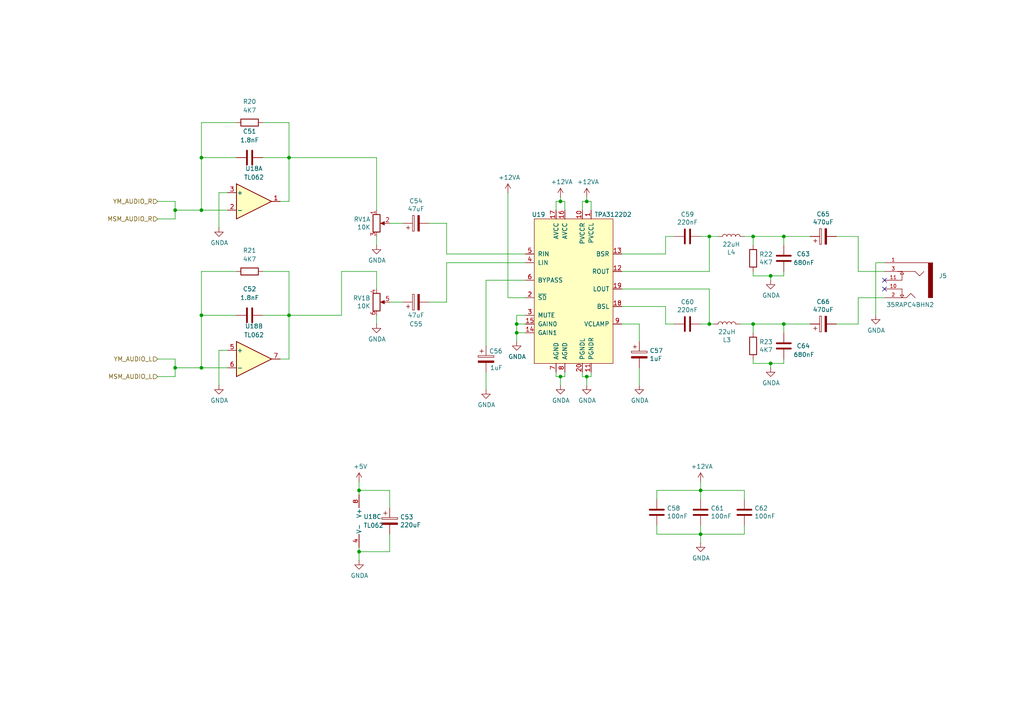
<source format=kicad_sch>
(kicad_sch (version 20231120) (generator "eeschema") (generator_version "8.0")
  (paper "A4")
  (title_block (title "Y Ddraig YM2151 and MSM6258 audio card"))
  (lib_symbols
    (symbol "Amplifier_Operational:TL062" (pin_names (offset 0.127))
      (property "Reference" "U" (at 0 5.08 0))
      (property "Value" "TL062" (at 0 -5.08 0))
      (symbol "TL062_1_1"
        (polyline (pts (xy -5.08 5.08) (xy 5.08 0) (xy -5.08 -5.08) (xy -5.08 5.08)) (stroke (width 0.254)) (fill (type background)))
        (pin output line (at 7.62 0 180) (length 2.54) (name "~") (number "1"))
        (pin input line (at -7.62 -2.54 0) (length 2.54) (name "-") (number "2"))
        (pin input line (at -7.62 2.54 0) (length 2.54) (name "+") (number "3"))
      )
      (symbol "TL062_2_1"
        (polyline (pts (xy -5.08 5.08) (xy 5.08 0) (xy -5.08 -5.08) (xy -5.08 5.08)) (stroke (width 0.254)) (fill (type background)))
        (pin input line (at -7.62 2.54 0) (length 2.54) (name "+") (number "5"))
        (pin input line (at -7.62 -2.54 0) (length 2.54) (name "-") (number "6"))
        (pin output line (at 7.62 0 180) (length 2.54) (name "~") (number "7"))
      )
      (symbol "TL062_3_1"
        (pin power_in line (at -2.54 -7.62 90) (length 3.81) (name "V-") (number "4"))
        (pin power_in line (at -2.54 7.62 270) (length 3.81) (name "V+") (number "8"))
      )
    )
    (symbol "Ddraig:35RAPC4BHN2" (pin_names (offset 1.016))
      (property "Reference" "J" (at -5.0998 5.6097 0))
      (property "Value" "35RAPC4BHN2" (at -5.0995 -7.6493 0))
      (symbol "35RAPC4BHN2_0_0"
        (rectangle (start -6.3848 -5.1078) (end -5.08 5.08) (stroke (width 0.1)) (fill (type outline)))
        (polyline (pts (xy -2.54 1.27) (xy -3.81 2.54)) (stroke (width 0.1524)))
        (polyline (pts (xy -1.27 -5.08) (xy 0 -3.81)) (stroke (width 0.1524)))
        (polyline (pts (xy -1.27 2.54) (xy -2.54 1.27)) (stroke (width 0.1524)))
        (polyline (pts (xy 0 -3.81) (xy 1.27 -5.08)) (stroke (width 0.1524)))
        (polyline (pts (xy 1.27 -5.08) (xy 2.54 -5.08)) (stroke (width 0.1524)))
        (polyline (pts (xy 2.032 -4.318) (xy 2.54 -5.08)) (stroke (width 0.1524)))
        (polyline (pts (xy 2.032 1.778) (xy 2.54 1.778)) (stroke (width 0.1524)))
        (polyline (pts (xy 2.54 -5.08) (xy 3.048 -4.318)) (stroke (width 0.1524)))
        (polyline (pts (xy 2.54 -4.318) (xy 2.032 -4.318)) (stroke (width 0.1524)))
        (polyline (pts (xy 2.54 -4.318) (xy 2.54 -2.54)) (stroke (width 0.1524)))
        (polyline (pts (xy 2.54 1.778) (xy 2.54 0)) (stroke (width 0.1524)))
        (polyline (pts (xy 2.54 1.778) (xy 3.048 1.778)) (stroke (width 0.1524)))
        (polyline (pts (xy 2.54 2.54) (xy -1.27 2.54)) (stroke (width 0.1524)))
        (polyline (pts (xy 2.54 2.54) (xy 2.032 1.778)) (stroke (width 0.1524)))
        (polyline (pts (xy 2.54 5.08) (xy -5.08 5.08)) (stroke (width 0.1524)))
        (polyline (pts (xy 3.048 -4.318) (xy 2.54 -4.318)) (stroke (width 0.1524)))
        (polyline (pts (xy 3.048 1.778) (xy 2.54 2.54)) (stroke (width 0.1524)))
        (polyline (pts (xy 3.81 2.54) (xy 2.54 2.54)) (stroke (width 0.1524)))
        (pin passive line (at 7.62 5.08 180) (length 5.08) (name "~") (number "1"))
        (pin passive line (at 7.62 -2.54 180) (length 5.08) (name "~") (number "10"))
        (pin passive line (at 7.62 0 180) (length 5.08) (name "~") (number "11"))
        (pin passive line (at 7.62 -5.08 180) (length 5.08) (name "~") (number "2"))
        (pin passive line (at 7.62 2.54 180) (length 5.08) (name "~") (number "3"))
      )
    )
    (symbol "Ddraig:TPA3122D2" (pin_names (offset 1.016))
      (property "Reference" "U" (at 8.89 22.86 0))
      (property "Value" "TPA3122D2" (at -12.7 -21.59 0))
      (symbol "TPA3122D2_0_1"
        (rectangle (start -11.43 21.59) (end 11.43 -20.32) (fill (type background)))
      )
      (symbol "TPA3122D2_1_1"
        (pin power_in line (at 5.08 24.13 270) (length 2.54) (name "PVCCL") (number "1"))
        (pin power_in line (at 2.54 24.13 270) (length 2.54) (name "PVCCR") (number "10"))
        (pin power_in line (at 5.08 -22.86 90) (length 2.54) (name "PGNDR") (number "11"))
        (pin output line (at 13.97 6.35 180) (length 2.54) (name "ROUT") (number "12"))
        (pin passive line (at 13.97 11.43 180) (length 2.54) (name "BSR") (number "13"))
        (pin input line (at -13.97 -11.43 0) (length 2.54) (name "GAIN1") (number "14"))
        (pin input line (at -13.97 -8.89 0) (length 2.54) (name "GAIN0") (number "15"))
        (pin power_in line (at -2.54 24.13 270) (length 2.54) (name "AVCC") (number "16"))
        (pin power_in line (at -5.08 24.13 270) (length 2.54) (name "AVCC") (number "17"))
        (pin passive line (at 13.97 -3.81 180) (length 2.54) (name "BSL") (number "18"))
        (pin output line (at 13.97 1.27 180) (length 2.54) (name "LOUT") (number "19"))
        (pin input line (at -13.97 -1.27 0) (length 2.54) (name "~{SD}") (number "2"))
        (pin power_in line (at 2.54 -22.86 90) (length 2.54) (name "PGNDL") (number "20"))
        (pin input line (at -13.97 -6.35 0) (length 2.54) (name "MUTE") (number "3"))
        (pin input line (at -13.97 8.89 0) (length 2.54) (name "LIN") (number "4"))
        (pin input line (at -13.97 11.43 0) (length 2.54) (name "RIN") (number "5"))
        (pin passive line (at -13.97 3.81 0) (length 2.54) (name "BYPASS") (number "6"))
        (pin power_in line (at -5.08 -22.86 90) (length 2.54) (name "AGND") (number "7"))
        (pin power_in line (at -2.54 -22.86 90) (length 2.54) (name "AGND") (number "8"))
        (pin input line (at 13.97 -8.89 180) (length 2.54) (name "VCLAMP") (number "9"))
      )
    )
    (symbol "Device:C" (pin_numbers hide) (pin_names (offset 0.254))
      (property "Reference" "C" (at 0.635 2.54 0))
      (property "Value" "C" (at 0.635 -2.54 0))
      (symbol "C_0_1"
        (polyline (pts (xy -2.032 -0.762) (xy 2.032 -0.762)) (stroke (width 0.508)))
        (polyline (pts (xy -2.032 0.762) (xy 2.032 0.762)) (stroke (width 0.508)))
      )
      (symbol "C_1_1"
        (pin passive line (at 0 3.81 270) (length 2.794) (name "~") (number "1"))
        (pin passive line (at 0 -3.81 90) (length 2.794) (name "~") (number "2"))
      )
    )
    (symbol "Device:C_Polarized" (pin_numbers hide) (pin_names (offset 0.254))
      (property "Reference" "C" (at 0.635 2.54 0))
      (property "Value" "C_Polarized" (at 0.635 -2.54 0))
      (symbol "C_Polarized_0_1"
        (rectangle (start -2.286 0.508) (end 2.286 1.016))
        (polyline (pts (xy -1.778 2.286) (xy -0.762 2.286)))
        (polyline (pts (xy -1.27 2.794) (xy -1.27 1.778)))
        (rectangle (start 2.286 -0.508) (end -2.286 -1.016) (fill (type outline)))
      )
      (symbol "C_Polarized_1_1"
        (pin passive line (at 0 3.81 270) (length 2.794) (name "~") (number "1"))
        (pin passive line (at 0 -3.81 90) (length 2.794) (name "~") (number "2"))
      )
    )
    (symbol "Device:L" (pin_numbers hide) (pin_names (offset 1.016) hide)
      (property "Reference" "L" (at -1.27 0 90))
      (property "Value" "L" (at 1.905 0 90))
      (symbol "L_0_1"
        (arc (start 0 -2.54) (mid 0.6323 -1.905) (end 0 -1.27))
        (arc (start 0 -1.27) (mid 0.6323 -0.635) (end 0 0))
        (arc (start 0 0) (mid 0.6323 0.635) (end 0 1.27))
        (arc (start 0 1.27) (mid 0.6323 1.905) (end 0 2.54))
      )
      (symbol "L_1_1"
        (pin passive line (at 0 3.81 270) (length 1.27) (name "1") (number "1"))
        (pin passive line (at 0 -3.81 90) (length 1.27) (name "2") (number "2"))
      )
    )
    (symbol "Device:R" (pin_numbers hide) (pin_names (offset 0))
      (property "Reference" "R" (at 2.032 0 90))
      (property "Value" "R" (at 0 0 90))
      (symbol "R_0_1"
        (rectangle (start -1.016 -2.54) (end 1.016 2.54) (stroke (width 0.254)))
      )
      (symbol "R_1_1"
        (pin passive line (at 0 3.81 270) (length 1.27) (name "~") (number "1"))
        (pin passive line (at 0 -3.81 90) (length 1.27) (name "~") (number "2"))
      )
    )
    (symbol "Device:R_Potentiometer_Dual_Separate" (pin_names (offset 1.016) hide)
      (property "Reference" "RV" (at -4.445 0 90))
      (property "Value" "R_Potentiometer_Dual_Separate" (at -2.54 0 90))
      (symbol "R_Potentiometer_Dual_Separate_0_1"
        (polyline (pts (xy 2.54 0) (xy 1.524 0)))
        (polyline (pts (xy 1.143 0) (xy 2.286 0.508) (xy 2.286 -0.508) (xy 1.143 0)) (fill (type outline)))
        (rectangle (start 1.016 2.54) (end -1.016 -2.54) (stroke (width 0.254)))
      )
      (symbol "R_Potentiometer_Dual_Separate_1_1"
        (pin passive line (at 0 3.81 270) (length 1.27) (name "1") (number "1"))
        (pin passive line (at 3.81 0 180) (length 1.27) (name "2") (number "2"))
        (pin passive line (at 0 -3.81 90) (length 1.27) (name "3") (number "3"))
      )
      (symbol "R_Potentiometer_Dual_Separate_2_1"
        (pin passive line (at 0 3.81 270) (length 1.27) (name "4") (number "4"))
        (pin passive line (at 3.81 0 180) (length 1.27) (name "5") (number "5"))
        (pin passive line (at 0 -3.81 90) (length 1.27) (name "6") (number "6"))
      )
    )
    (symbol "power:+12VA" (power) (pin_numbers hide) (pin_names (offset 0) hide)
      (property "Value" "+12VA" (at 0 3.556 0))
      (symbol "+12VA_0_1"
        (polyline (pts (xy -0.762 1.27) (xy 0 2.54)))
        (polyline (pts (xy 0 0) (xy 0 2.54)))
        (polyline (pts (xy 0 2.54) (xy 0.762 1.27)))
      )
      (symbol "+12VA_1_1"
        (pin power_in line (at 0 0 90) (length 0) (name "~") (number "1"))
      )
    )
    (symbol "power:+5V" (power) (pin_numbers hide) (pin_names (offset 0) hide)
      (property "Value" "+5V" (at 0 3.556 0))
      (symbol "+5V_0_1"
        (polyline (pts (xy -0.762 1.27) (xy 0 2.54)))
        (polyline (pts (xy 0 0) (xy 0 2.54)))
        (polyline (pts (xy 0 2.54) (xy 0.762 1.27)))
      )
      (symbol "+5V_1_1"
        (pin power_in line (at 0 0 90) (length 0) (name "~") (number "1"))
      )
    )
    (symbol "power:GNDA" (power) (pin_numbers hide) (pin_names (offset 0) hide)
      (property "Value" "GNDA" (at 0 -3.81 0))
      (symbol "GNDA_0_1"
        (polyline (pts (xy 0 0) (xy 0 -1.27) (xy 1.27 -1.27) (xy 0 -2.54) (xy -1.27 -1.27) (xy 0 -1.27)))
      )
      (symbol "GNDA_1_1"
        (pin power_in line (at 0 0 270) (length 0) (name "~") (number "1"))
      )
    )
  )
  (junction (at 205.74 93.98))
  (junction (at 50.8 60.96))
  (junction (at 223.52 105.41))
  (junction (at 58.42 45.72))
  (junction (at 170.18 109.22))
  (junction (at 170.18 58.42))
  (junction (at 205.74 68.58))
  (junction (at 149.86 93.98))
  (junction (at 58.42 60.96))
  (junction (at 58.42 106.68))
  (junction (at 83.82 45.72))
  (junction (at 83.82 91.44))
  (junction (at 104.14 142.24))
  (junction (at 227.33 68.58))
  (junction (at 50.8 106.68))
  (junction (at 162.56 109.22))
  (junction (at 149.86 96.52))
  (junction (at 218.44 68.58))
  (junction (at 58.42 91.44))
  (junction (at 104.14 160.02))
  (junction (at 227.33 93.98))
  (junction (at 218.44 93.98))
  (junction (at 223.52 80.01))
  (junction (at 203.2 154.94))
  (junction (at 203.2 142.24))
  (junction (at 162.56 58.42))
  (no_connect (at 256.54 81.28))
  (no_connect (at 256.54 83.82))
  (wire (pts (xy 218.44 71.12) (xy 218.44 68.58)))
  (wire (pts (xy 76.2 45.72) (xy 83.82 45.72)))
  (wire (pts (xy 185.42 93.98) (xy 185.42 99.06)))
  (wire (pts (xy 223.52 106.68) (xy 223.52 105.41)))
  (wire (pts (xy 203.2 154.94) (xy 203.2 157.48)))
  (wire (pts (xy 104.14 158.75) (xy 104.14 160.02)))
  (wire (pts (xy 203.2 93.98) (xy 205.74 93.98)))
  (wire (pts (xy 58.42 35.56) (xy 58.42 45.72)))
  (wire (pts (xy 63.5 111.76) (xy 63.5 101.6)))
  (wire (pts (xy 161.29 58.42) (xy 162.56 58.42)))
  (wire (pts (xy 214.63 93.98) (xy 218.44 93.98)))
  (wire (pts (xy 223.52 105.41) (xy 227.33 105.41)))
  (wire (pts (xy 58.42 78.74) (xy 58.42 91.44)))
  (wire (pts (xy 50.8 106.68) (xy 58.42 106.68)))
  (wire (pts (xy 171.45 58.42) (xy 171.45 60.96)))
  (wire (pts (xy 215.9 142.24) (xy 203.2 142.24)))
  (wire (pts (xy 203.2 68.58) (xy 205.74 68.58)))
  (wire (pts (xy 68.58 78.74) (xy 58.42 78.74)))
  (wire (pts (xy 227.33 68.58) (xy 234.95 68.58)))
  (wire (pts (xy 171.45 109.22) (xy 171.45 107.95)))
  (wire (pts (xy 45.72 58.42) (xy 50.8 58.42)))
  (wire (pts (xy 50.8 109.22) (xy 50.8 106.68)))
  (wire (pts (xy 152.4 93.98) (xy 149.86 93.98)))
  (wire (pts (xy 218.44 104.14) (xy 218.44 105.41)))
  (wire (pts (xy 215.9 152.4) (xy 215.9 154.94)))
  (wire (pts (xy 180.34 78.74) (xy 205.74 78.74)))
  (wire (pts (xy 50.8 58.42) (xy 50.8 60.96)))
  (wire (pts (xy 254 76.2) (xy 256.54 76.2)))
  (wire (pts (xy 227.33 105.41) (xy 227.33 104.14)))
  (wire (pts (xy 104.14 160.02) (xy 113.03 160.02)))
  (wire (pts (xy 58.42 45.72) (xy 58.42 60.96)))
  (wire (pts (xy 152.4 86.36) (xy 147.32 86.36)))
  (wire (pts (xy 254 91.44) (xy 254 76.2)))
  (wire (pts (xy 193.04 68.58) (xy 195.58 68.58)))
  (wire (pts (xy 104.14 160.02) (xy 104.14 162.56)))
  (wire (pts (xy 193.04 88.9) (xy 193.04 93.98)))
  (wire (pts (xy 218.44 93.98) (xy 218.44 96.52)))
  (wire (pts (xy 190.5 154.94) (xy 203.2 154.94)))
  (wire (pts (xy 140.97 107.95) (xy 140.97 113.03)))
  (wire (pts (xy 83.82 91.44) (xy 83.82 104.14)))
  (wire (pts (xy 170.18 109.22) (xy 170.18 111.76)))
  (wire (pts (xy 242.57 68.58) (xy 248.92 68.58)))
  (wire (pts (xy 76.2 91.44) (xy 83.82 91.44)))
  (wire (pts (xy 218.44 93.98) (xy 227.33 93.98)))
  (wire (pts (xy 193.04 73.66) (xy 193.04 68.58)))
  (wire (pts (xy 190.5 142.24) (xy 190.5 144.78)))
  (wire (pts (xy 58.42 60.96) (xy 66.04 60.96)))
  (wire (pts (xy 152.4 96.52) (xy 149.86 96.52)))
  (wire (pts (xy 113.03 64.77) (xy 116.84 64.77)))
  (wire (pts (xy 203.2 139.7) (xy 203.2 142.24)))
  (wire (pts (xy 58.42 91.44) (xy 58.42 106.68)))
  (wire (pts (xy 223.52 80.01) (xy 227.33 80.01)))
  (wire (pts (xy 162.56 109.22) (xy 163.83 109.22)))
  (wire (pts (xy 104.14 142.24) (xy 104.14 143.51)))
  (wire (pts (xy 83.82 91.44) (xy 99.06 91.44)))
  (wire (pts (xy 205.74 93.98) (xy 207.01 93.98)))
  (wire (pts (xy 129.54 87.63) (xy 129.54 76.2)))
  (wire (pts (xy 83.82 35.56) (xy 76.2 35.56)))
  (wire (pts (xy 81.28 104.14) (xy 83.82 104.14)))
  (wire (pts (xy 63.5 55.88) (xy 66.04 55.88)))
  (wire (pts (xy 205.74 78.74) (xy 205.74 68.58)))
  (wire (pts (xy 63.5 66.04) (xy 63.5 55.88)))
  (wire (pts (xy 124.46 87.63) (xy 129.54 87.63)))
  (wire (pts (xy 203.2 154.94) (xy 215.9 154.94)))
  (wire (pts (xy 149.86 96.52) (xy 149.86 93.98)))
  (wire (pts (xy 58.42 45.72) (xy 68.58 45.72)))
  (wire (pts (xy 227.33 93.98) (xy 234.95 93.98)))
  (wire (pts (xy 149.86 93.98) (xy 149.86 91.44)))
  (wire (pts (xy 129.54 73.66) (xy 152.4 73.66)))
  (wire (pts (xy 162.56 58.42) (xy 163.83 58.42)))
  (wire (pts (xy 45.72 109.22) (xy 50.8 109.22)))
  (wire (pts (xy 149.86 99.06) (xy 149.86 96.52)))
  (wire (pts (xy 109.22 45.72) (xy 109.22 60.96)))
  (wire (pts (xy 99.06 78.74) (xy 109.22 78.74)))
  (wire (pts (xy 50.8 104.14) (xy 50.8 106.68)))
  (wire (pts (xy 109.22 91.44) (xy 109.22 93.98)))
  (wire (pts (xy 162.56 57.15) (xy 162.56 58.42)))
  (wire (pts (xy 45.72 104.14) (xy 50.8 104.14)))
  (wire (pts (xy 58.42 91.44) (xy 68.58 91.44)))
  (wire (pts (xy 152.4 76.2) (xy 129.54 76.2)))
  (wire (pts (xy 256.54 86.36) (xy 248.92 86.36)))
  (wire (pts (xy 218.44 78.74) (xy 218.44 80.01)))
  (wire (pts (xy 104.14 139.7) (xy 104.14 142.24)))
  (wire (pts (xy 109.22 78.74) (xy 109.22 83.82)))
  (wire (pts (xy 163.83 109.22) (xy 163.83 107.95)))
  (wire (pts (xy 205.74 83.82) (xy 205.74 93.98)))
  (wire (pts (xy 149.86 91.44) (xy 152.4 91.44)))
  (wire (pts (xy 147.32 55.88) (xy 147.32 86.36)))
  (wire (pts (xy 215.9 144.78) (xy 215.9 142.24)))
  (wire (pts (xy 203.2 142.24) (xy 203.2 144.78)))
  (wire (pts (xy 248.92 68.58) (xy 248.92 78.74)))
  (wire (pts (xy 190.5 154.94) (xy 190.5 152.4)))
  (wire (pts (xy 58.42 106.68) (xy 66.04 106.68)))
  (wire (pts (xy 180.34 83.82) (xy 205.74 83.82)))
  (wire (pts (xy 215.9 68.58) (xy 218.44 68.58)))
  (wire (pts (xy 113.03 160.02) (xy 113.03 154.94)))
  (wire (pts (xy 81.28 58.42) (xy 83.82 58.42)))
  (wire (pts (xy 218.44 80.01) (xy 223.52 80.01)))
  (wire (pts (xy 205.74 68.58) (xy 208.28 68.58)))
  (wire (pts (xy 83.82 58.42) (xy 83.82 45.72)))
  (wire (pts (xy 113.03 142.24) (xy 113.03 147.32)))
  (wire (pts (xy 170.18 109.22) (xy 171.45 109.22)))
  (wire (pts (xy 140.97 81.28) (xy 140.97 100.33)))
  (wire (pts (xy 113.03 87.63) (xy 116.84 87.63)))
  (wire (pts (xy 83.82 78.74) (xy 76.2 78.74)))
  (wire (pts (xy 83.82 45.72) (xy 83.82 35.56)))
  (wire (pts (xy 161.29 107.95) (xy 161.29 109.22)))
  (wire (pts (xy 248.92 86.36) (xy 248.92 93.98)))
  (wire (pts (xy 218.44 68.58) (xy 227.33 68.58)))
  (wire (pts (xy 109.22 68.58) (xy 109.22 71.12)))
  (wire (pts (xy 99.06 91.44) (xy 99.06 78.74)))
  (wire (pts (xy 203.2 152.4) (xy 203.2 154.94)))
  (wire (pts (xy 170.18 57.15) (xy 170.18 58.42)))
  (wire (pts (xy 68.58 35.56) (xy 58.42 35.56)))
  (wire (pts (xy 180.34 73.66) (xy 193.04 73.66)))
  (wire (pts (xy 227.33 71.12) (xy 227.33 68.58)))
  (wire (pts (xy 227.33 96.52) (xy 227.33 93.98)))
  (wire (pts (xy 242.57 93.98) (xy 248.92 93.98)))
  (wire (pts (xy 168.91 107.95) (xy 168.91 109.22)))
  (wire (pts (xy 161.29 60.96) (xy 161.29 58.42)))
  (wire (pts (xy 248.92 78.74) (xy 256.54 78.74)))
  (wire (pts (xy 152.4 81.28) (xy 140.97 81.28)))
  (wire (pts (xy 63.5 101.6) (xy 66.04 101.6)))
  (wire (pts (xy 223.52 81.28) (xy 223.52 80.01)))
  (wire (pts (xy 168.91 109.22) (xy 170.18 109.22)))
  (wire (pts (xy 193.04 93.98) (xy 195.58 93.98)))
  (wire (pts (xy 161.29 109.22) (xy 162.56 109.22)))
  (wire (pts (xy 124.46 64.77) (xy 129.54 64.77)))
  (wire (pts (xy 163.83 58.42) (xy 163.83 60.96)))
  (wire (pts (xy 180.34 88.9) (xy 193.04 88.9)))
  (wire (pts (xy 50.8 60.96) (xy 58.42 60.96)))
  (wire (pts (xy 83.82 45.72) (xy 109.22 45.72)))
  (wire (pts (xy 83.82 78.74) (xy 83.82 91.44)))
  (wire (pts (xy 50.8 63.5) (xy 50.8 60.96)))
  (wire (pts (xy 180.34 93.98) (xy 185.42 93.98)))
  (wire (pts (xy 45.72 63.5) (xy 50.8 63.5)))
  (wire (pts (xy 185.42 106.68) (xy 185.42 111.76)))
  (wire (pts (xy 218.44 105.41) (xy 223.52 105.41)))
  (wire (pts (xy 162.56 109.22) (xy 162.56 111.76)))
  (wire (pts (xy 203.2 142.24) (xy 190.5 142.24)))
  (wire (pts (xy 168.91 58.42) (xy 170.18 58.42)))
  (wire (pts (xy 168.91 60.96) (xy 168.91 58.42)))
  (wire (pts (xy 170.18 58.42) (xy 171.45 58.42)))
  (wire (pts (xy 104.14 142.24) (xy 113.03 142.24)))
  (wire (pts (xy 227.33 80.01) (xy 227.33 78.74)))
  (wire (pts (xy 129.54 64.77) (xy 129.54 73.66)))
  (hierarchical_label "MSM_AUDIO_L" (shape input) (at 45.72 109.22 180))
  (hierarchical_label "MSM_AUDIO_R" (shape input) (at 45.72 63.5 180))
  (hierarchical_label "YM_AUDIO_L" (shape input) (at 45.72 104.14 180))
  (hierarchical_label "YM_AUDIO_R" (shape input) (at 45.72 58.42 180))
  (symbol (lib_id "Ddraig:TPA3122D2") (at 166.37 85.09 0) (unit 1)
    (property "Reference" "U19" (at 156.21 62.23 0))
    (property "Value" "TPA3122D2" (at 177.8 62.23 0))
    (property "Footprint" "Package_DIP:DIP-20_W7.62mm_Socket" (effects (hide yes)))
  )
  (symbol (lib_id "Device:C_Polarized") (at 120.65 64.77 90) (unit 1)
    (property "Reference" "C54" (at 120.65 58.293 90))
    (property "Value" "47uF" (at 120.65 60.6044 90))
    (property "Footprint" "Capacitor_THT:CP_Radial_D5.0mm_P2.50mm" (effects (hide yes)))
  )
  (symbol (lib_id "Device:C_Polarized") (at 120.65 87.63 90) (unit 1)
    (property "Reference" "C55" (at 120.65 93.98 90))
    (property "Value" "47uF" (at 120.65 91.44 90))
    (property "Footprint" "Capacitor_THT:CP_Radial_D5.0mm_P2.50mm" (effects (hide yes)))
  )
  (symbol (lib_id "Device:C_Polarized") (at 185.42 102.87 0) (unit 1)
    (property "Reference" "C57" (at 188.4172 101.7016 0) (effects (justify left)))
    (property "Value" "1uF" (at 188.4172 104.013 0) (effects (justify left)))
    (property "Footprint" "Capacitor_THT:CP_Radial_D5.0mm_P2.50mm" (effects (hide yes)))
  )
  (symbol (lib_id "Device:C_Polarized") (at 140.97 104.14 0) (unit 1)
    (property "Reference" "C56" (at 141.859 101.854 0) (effects (justify left)))
    (property "Value" "1uF" (at 142.113 106.68 0) (effects (justify left)))
    (property "Footprint" "Capacitor_THT:CP_Radial_D5.0mm_P2.50mm" (effects (hide yes)))
  )
  (symbol (lib_id "Device:C") (at 199.39 68.58 270) (unit 1)
    (property "Reference" "C59" (at 199.39 62.1792 90))
    (property "Value" "220nF" (at 199.39 64.4906 90))
    (property "Footprint" "Capacitor_THT:C_Disc_D5.0mm_W2.5mm_P2.50mm" (effects (hide yes)))
  )
  (symbol (lib_id "Device:L") (at 212.09 68.58 90) (unit 1)
    (property "Reference" "L4" (at 212.09 73.1774 90))
    (property "Value" "22uH" (at 212.09 70.866 90))
    (property "Footprint" "Inductor_THT:L_Radial_D8.7mm_P5.00mm_Fastron_07HCP" (effects (hide yes)))
  )
  (symbol (lib_id "Device:C_Polarized") (at 238.76 68.58 90) (unit 1)
    (property "Reference" "C65" (at 238.76 62.103 90))
    (property "Value" "470uF" (at 238.76 64.4144 90))
    (property "Footprint" "Capacitor_THT:CP_Radial_D5.0mm_P2.50mm" (effects (hide yes)))
  )
  (symbol (lib_id "Device:C") (at 227.33 74.93 180) (unit 1)
    (property "Reference" "C63" (at 234.95 73.66 0) (effects (justify left)))
    (property "Value" "680nF" (at 236.22 76.2 0) (effects (justify left)))
    (property "Footprint" "Capacitor_THT:C_Disc_D5.0mm_W2.5mm_P2.50mm" (effects (hide yes)))
  )
  (symbol (lib_id "Device:R") (at 218.44 74.93 0) (unit 1)
    (property "Reference" "R22" (at 220.218 73.7616 0) (effects (justify left)))
    (property "Value" "4K7" (at 220.218 76.073 0) (effects (justify left)))
    (property "Footprint" "Resistor_THT:R_Axial_DIN0207_L6.3mm_D2.5mm_P10.16mm_Horizontal" (effects (hide yes)))
  )
  (symbol (lib_id "Device:C") (at 199.39 93.98 270) (unit 1)
    (property "Reference" "C60" (at 199.39 87.5792 90))
    (property "Value" "220nF" (at 199.39 89.8906 90))
    (property "Footprint" "Capacitor_THT:C_Disc_D5.0mm_W2.5mm_P2.50mm" (effects (hide yes)))
  )
  (symbol (lib_id "Device:L") (at 210.82 93.98 90) (unit 1)
    (property "Reference" "L3" (at 210.82 98.5774 90))
    (property "Value" "22uH" (at 210.82 96.266 90))
    (property "Footprint" "Inductor_THT:L_Radial_D8.7mm_P5.00mm_Fastron_07HCP" (effects (hide yes)))
  )
  (symbol (lib_id "Device:C") (at 227.33 100.33 180) (unit 1)
    (property "Reference" "C64" (at 234.95 100.33 0) (effects (justify left)))
    (property "Value" "680nF" (at 236.22 102.87 0) (effects (justify left)))
    (property "Footprint" "Capacitor_THT:C_Disc_D5.0mm_W2.5mm_P2.50mm" (effects (hide yes)))
  )
  (symbol (lib_id "Device:R") (at 218.44 100.33 0) (unit 1)
    (property "Reference" "R23" (at 220.218 99.1616 0) (effects (justify left)))
    (property "Value" "4K7" (at 220.218 101.473 0) (effects (justify left)))
    (property "Footprint" "Resistor_THT:R_Axial_DIN0207_L6.3mm_D2.5mm_P10.16mm_Horizontal" (effects (hide yes)))
  )
  (symbol (lib_id "Device:C_Polarized") (at 238.76 93.98 90) (unit 1)
    (property "Reference" "C66" (at 238.76 87.503 90))
    (property "Value" "470uF" (at 238.76 89.8144 90))
    (property "Footprint" "Capacitor_THT:CP_Radial_D5.0mm_P2.50mm" (effects (hide yes)))
  )
  (symbol (lib_id "Device:R_Potentiometer_Dual_Separate") (at 109.22 64.77 0) (unit 1)
    (property "Reference" "RV1" (at 107.4674 63.6016 0) (effects (justify right)))
    (property "Value" "10K" (at 107.4674 65.913 0) (effects (justify right)))
    (property "Footprint" "Potentiometer_THT:Potentiometer_Alps_RK163_Dual_Horizontal" (effects (hide yes)))
  )
  (symbol (lib_id "Device:R_Potentiometer_Dual_Separate") (at 109.22 87.63 0) (unit 2)
    (property "Reference" "RV1" (at 107.442 86.4616 0) (effects (justify right)))
    (property "Value" "10K" (at 107.442 88.773 0) (effects (justify right)))
    (property "Footprint" "Potentiometer_THT:Potentiometer_Alps_RK163_Dual_Horizontal" (effects (hide yes)))
  )
  (symbol (lib_id "power:GNDA") (at 203.2 157.48 0) (unit 1)
    (property "Reference" "#PWR0121" (effects (hide yes)))
    (property "Value" "GNDA" (at 203.327 161.8742 0))
    (property "Description" "Power symbol creates a global label with name \"GNDA\" , analog ground" (effects (hide yes)))
  )
  (symbol (lib_id "power:GNDA") (at 162.56 111.76 0) (unit 1)
    (property "Reference" "#PWR0116" (effects (hide yes)))
    (property "Value" "GNDA" (at 162.687 116.1542 0))
    (property "Description" "Power symbol creates a global label with name \"GNDA\" , analog ground" (effects (hide yes)))
  )
  (symbol (lib_id "power:GNDA") (at 185.42 111.76 0) (unit 1)
    (property "Reference" "#PWR0119" (effects (hide yes)))
    (property "Value" "GNDA" (at 185.547 116.1542 0))
    (property "Description" "Power symbol creates a global label with name \"GNDA\" , analog ground" (effects (hide yes)))
  )
  (symbol (lib_id "power:GNDA") (at 140.97 113.03 0) (unit 1)
    (property "Reference" "#PWR0112" (effects (hide yes)))
    (property "Value" "GNDA" (at 141.097 117.4242 0))
    (property "Description" "Power symbol creates a global label with name \"GNDA\" , analog ground" (effects (hide yes)))
  )
  (symbol (lib_id "power:GNDA") (at 223.52 106.68 0) (unit 1)
    (property "Reference" "#PWR0123" (effects (hide yes)))
    (property "Value" "GNDA" (at 223.647 111.0742 0))
    (property "Description" "Power symbol creates a global label with name \"GNDA\" , analog ground" (effects (hide yes)))
  )
  (symbol (lib_id "power:GNDA") (at 109.22 93.98 0) (unit 1)
    (property "Reference" "#PWR0111" (effects (hide yes)))
    (property "Value" "GNDA" (at 109.347 98.3742 0))
    (property "Description" "Power symbol creates a global label with name \"GNDA\" , analog ground" (effects (hide yes)))
  )
  (symbol (lib_id "power:GNDA") (at 109.22 71.12 0) (unit 1)
    (property "Reference" "#PWR0110" (effects (hide yes)))
    (property "Value" "GNDA" (at 109.347 75.5142 0))
    (property "Description" "Power symbol creates a global label with name \"GNDA\" , analog ground" (effects (hide yes)))
  )
  (symbol (lib_id "power:GNDA") (at 223.52 81.28 0) (unit 1)
    (property "Reference" "#PWR0122" (effects (hide yes)))
    (property "Value" "GNDA" (at 223.647 85.6742 0))
    (property "Description" "Power symbol creates a global label with name \"GNDA\" , analog ground" (effects (hide yes)))
  )
  (symbol (lib_id "power:GNDA") (at 254 91.44 0) (unit 1)
    (property "Reference" "#PWR0124" (effects (hide yes)))
    (property "Value" "GNDA" (at 254.127 95.8342 0))
    (property "Description" "Power symbol creates a global label with name \"GNDA\" , analog ground" (effects (hide yes)))
  )
  (symbol (lib_id "power:+12VA") (at 147.32 55.88 0) (unit 1)
    (property "Reference" "#PWR0113" (effects (hide yes)))
    (property "Value" "+12VA" (at 147.701 51.4858 0))
    (property "Description" "Power symbol creates a global label with name \"+12VA\"" (effects (hide yes)))
  )
  (symbol (lib_id "power:+12VA") (at 170.18 57.15 0) (unit 1)
    (property "Reference" "#PWR0117" (effects (hide yes)))
    (property "Value" "+12VA" (at 170.561 52.7558 0))
    (property "Description" "Power symbol creates a global label with name \"+12VA\"" (effects (hide yes)))
  )
  (symbol (lib_id "power:+12VA") (at 162.56 57.15 0) (unit 1)
    (property "Reference" "#PWR0115" (effects (hide yes)))
    (property "Value" "+12VA" (at 162.941 52.7558 0))
    (property "Description" "Power symbol creates a global label with name \"+12VA\"" (effects (hide yes)))
  )
  (symbol (lib_id "power:+12VA") (at 203.2 139.7 0) (unit 1)
    (property "Reference" "#PWR0120" (effects (hide yes)))
    (property "Value" "+12VA" (at 203.581 135.3058 0))
    (property "Description" "Power symbol creates a global label with name \"+12VA\"" (effects (hide yes)))
  )
  (symbol (lib_id "Device:C") (at 215.9 148.59 0) (unit 1)
    (property "Reference" "C62" (at 218.821 147.4216 0) (effects (justify left)))
    (property "Value" "100nF" (at 218.821 149.733 0) (effects (justify left)))
    (property "Footprint" "Capacitor_THT:C_Disc_D5.0mm_W2.5mm_P2.50mm" (effects (hide yes)))
  )
  (symbol (lib_id "Device:C") (at 203.2 148.59 0) (unit 1)
    (property "Reference" "C61" (at 206.121 147.4216 0) (effects (justify left)))
    (property "Value" "100nF" (at 206.121 149.733 0) (effects (justify left)))
    (property "Footprint" "Capacitor_THT:C_Disc_D5.0mm_W2.5mm_P2.50mm" (effects (hide yes)))
  )
  (symbol (lib_id "Device:C") (at 190.5 148.59 0) (unit 1)
    (property "Reference" "C58" (at 193.421 147.4216 0) (effects (justify left)))
    (property "Value" "100nF" (at 193.421 149.733 0) (effects (justify left)))
    (property "Footprint" "Capacitor_THT:C_Disc_D5.0mm_W2.5mm_P2.50mm" (effects (hide yes)))
  )
  (symbol (lib_id "Ddraig:35RAPC4BHN2") (at 264.16 81.28 0) (mirror y) (unit 1)
    (property "Reference" "J5" (at 272.288 80.0108 0) (effects (justify right)))
    (property "Value" "35RAPC4BHN2" (at 257.048 88.392 0) (effects (justify right)))
    (property "Footprint" "Ddraig:SWITCHCRAFT_35RAPC4BHN2" (effects (hide yes)))
    (property "DESCRIPTION" "Conn 3.5MM Stereo Jack F 5 POS Solder RA Thru-Hole 5 Terminal 1 Port" (effects (hide yes)))
  )
  (symbol (lib_id "Device:C_Polarized") (at 113.03 151.13 0) (unit 1)
    (property "Reference" "C53" (at 116.0272 149.9616 0) (effects (justify left)))
    (property "Value" "220uF" (at 116.0272 152.273 0) (effects (justify left)))
    (property "Footprint" "Capacitor_THT:CP_Radial_D5.0mm_P2.50mm" (effects (hide yes)))
  )
  (symbol (lib_id "Device:R") (at 72.39 78.74 90) (unit 1)
    (property "Reference" "R21" (at 72.39 72.644 90))
    (property "Value" "4K7" (at 72.39 75.184 90))
    (property "Footprint" "Resistor_THT:R_Axial_DIN0207_L6.3mm_D2.5mm_P10.16mm_Horizontal" (effects (hide yes)))
  )
  (symbol (lib_id "Device:R") (at 72.39 35.56 90) (unit 1)
    (property "Reference" "R20" (at 72.39 29.464 90))
    (property "Value" "4K7" (at 72.39 32.004 90))
    (property "Footprint" "Resistor_THT:R_Axial_DIN0207_L6.3mm_D2.5mm_P10.16mm_Horizontal" (effects (hide yes)))
  )
  (symbol (lib_id "Device:C") (at 72.39 45.72 90) (unit 1)
    (property "Reference" "C51" (at 72.39 38.1 90))
    (property "Value" "1.8nF" (at 72.39 40.64 90))
    (property "Footprint" "Capacitor_THT:C_Disc_D5.0mm_W2.5mm_P2.50mm" (effects (hide yes)))
  )
  (symbol (lib_id "Device:C") (at 72.39 91.44 90) (unit 1)
    (property "Reference" "C52" (at 72.39 83.82 90))
    (property "Value" "1.8nF" (at 72.39 86.36 90))
    (property "Footprint" "Capacitor_THT:C_Disc_D5.0mm_W2.5mm_P2.50mm" (effects (hide yes)))
  )
  (symbol (lib_id "power:GNDA") (at 104.14 162.56 0) (unit 1)
    (property "Reference" "#PWR0109" (effects (hide yes)))
    (property "Value" "GNDA" (at 104.267 166.9542 0))
    (property "Description" "Power symbol creates a global label with name \"GNDA\" , analog ground" (effects (hide yes)))
  )
  (symbol (lib_id "Amplifier_Operational:TL062") (at 106.68 151.13 0) (unit 3)
    (property "Reference" "U18" (at 105.41 149.86 0) (effects (justify left)))
    (property "Value" "TL062" (at 105.41 152.4 0) (effects (justify left)))
    (property "Footprint" "Package_DIP:DIP-8_W7.62mm_Socket" (effects (hide yes)))
    (property "Datasheet" "http://www.ti.com/lit/ds/symlink/tl061.pdf" (effects (hide yes)))
  )
  (symbol (lib_id "power:GNDA") (at 63.5 66.04 0) (unit 1)
    (property "Reference" "#PWR0106" (effects (hide yes)))
    (property "Value" "GNDA" (at 63.627 70.4342 0))
    (property "Description" "Power symbol creates a global label with name \"GNDA\" , analog ground" (effects (hide yes)))
  )
  (symbol (lib_id "power:+5V") (at 104.14 139.7 0) (unit 1)
    (property "Reference" "#PWR0108" (effects (hide yes)))
    (property "Value" "+5V" (at 104.521 135.3058 0))
    (property "Description" "Power symbol creates a global label with name \"+5V\"" (effects (hide yes)))
  )
  (symbol (lib_id "Amplifier_Operational:TL062") (at 73.66 104.14 0) (unit 2)
    (property "Reference" "U18" (at 73.66 94.615 0))
    (property "Value" "TL062" (at 73.66 97.155 0))
    (property "Footprint" "Package_DIP:DIP-8_W7.62mm_Socket" (effects (hide yes)))
    (property "Datasheet" "http://www.ti.com/lit/ds/symlink/tl061.pdf" (effects (hide yes)))
  )
  (symbol (lib_id "power:GNDA") (at 63.5 111.76 0) (unit 1)
    (property "Reference" "#PWR0107" (effects (hide yes)))
    (property "Value" "GNDA" (at 63.627 116.1542 0))
    (property "Description" "Power symbol creates a global label with name \"GNDA\" , analog ground" (effects (hide yes)))
  )
  (symbol (lib_id "power:GNDA") (at 170.18 111.76 0) (unit 1)
    (property "Reference" "#PWR0118" (effects (hide yes)))
    (property "Value" "GNDA" (at 170.307 116.1542 0))
    (property "Description" "Power symbol creates a global label with name \"GNDA\" , analog ground" (effects (hide yes)))
  )
  (symbol (lib_id "power:GNDA") (at 149.86 99.06 0) (unit 1)
    (property "Reference" "#PWR0114" (effects (hide yes)))
    (property "Value" "GNDA" (at 149.987 103.4542 0))
    (property "Description" "Power symbol creates a global label with name \"GNDA\" , analog ground" (effects (hide yes)))
  )
  (symbol (lib_id "Amplifier_Operational:TL062") (at 73.66 58.42 0) (unit 1)
    (property "Reference" "U18" (at 73.66 48.895 0))
    (property "Value" "TL062" (at 73.66 51.435 0))
    (property "Footprint" "Package_DIP:DIP-8_W7.62mm_Socket" (effects (hide yes)))
    (property "Datasheet" "http://www.ti.com/lit/ds/symlink/tl061.pdf" (effects (hide yes)))
  )
)
</source>
